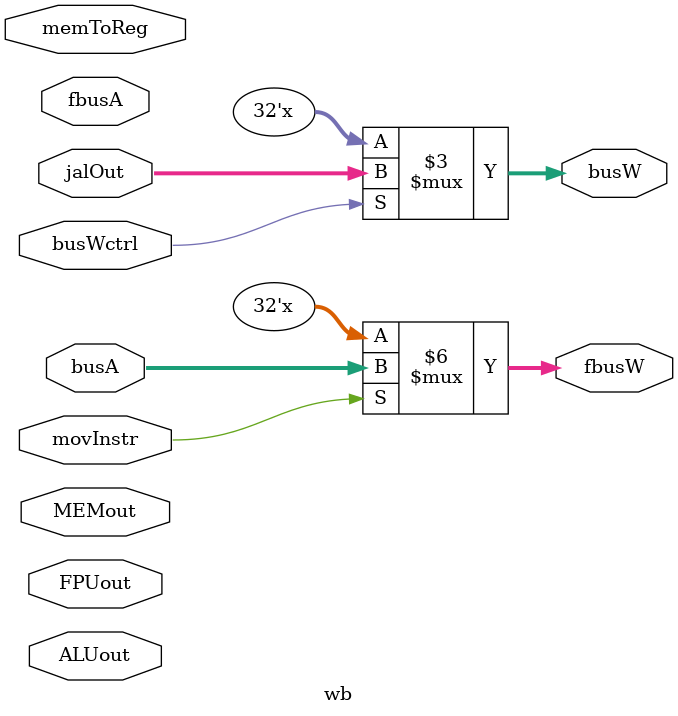
<source format=v>
module wb(ALUout, FPUout, busA, fbusA, MEMout, busW, fbusW, busWctrl, memToReg, movInstr, jalOut);
	input [31:0] ALUout, FPUout, busA, fbusA, MEMout, jalOut;
	input busWctrl, memToReg, movInstr;

	output [31:0] busW, fbusW;
	reg [31:0] busW, fbusW, muxout1, muxout2, muxout3;

	always@(*)
	begin

	if (memToReg) begin
		muxout1 <= MEMout;
		muxout2 <= MEMout;
	end
	else begin
		muxout1 <= ALUout;
		muxout2 <= FPUout;
	end

	if (movInstr) begin
		muxout3 <= fbusA;
		fbusW <= busA;
	end
	else begin
		muxout3 <= muxout1;
		fbusW <= muxout2;
	end

	if (busWctrl)
		busW <= jalOut;
	else
		busW <= muxout3;

	end
		
endmodule

</source>
